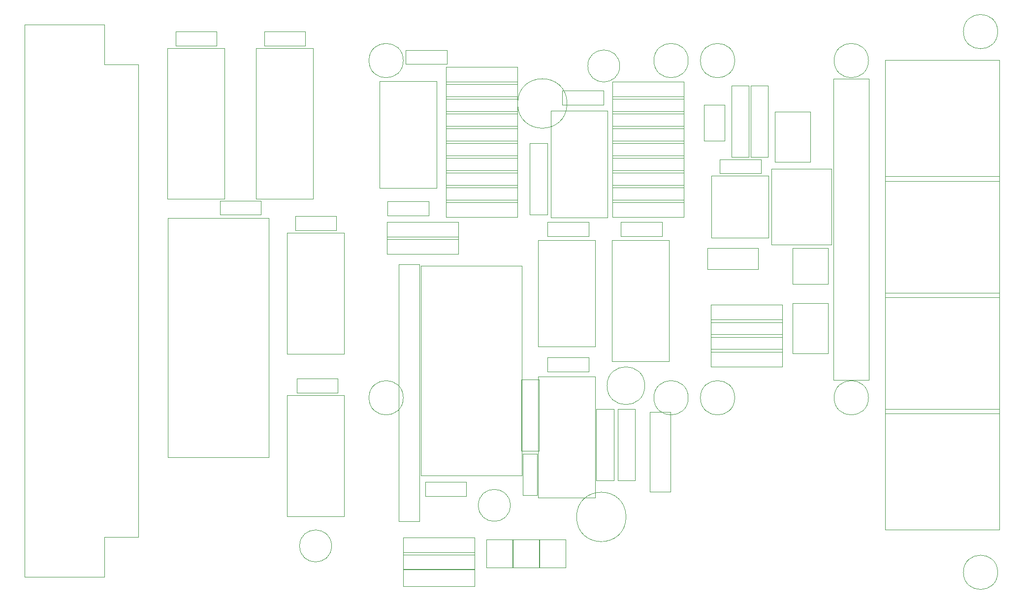
<source format=gbr>
G04 #@! TF.GenerationSoftware,KiCad,Pcbnew,9.0.5*
G04 #@! TF.CreationDate,2025-10-14T22:50:38+01:00*
G04 #@! TF.ProjectId,podule_econet,706f6475-6c65-45f6-9563-6f6e65742e6b,03a*
G04 #@! TF.SameCoordinates,Original*
G04 #@! TF.FileFunction,Other,User*
%FSLAX46Y46*%
G04 Gerber Fmt 4.6, Leading zero omitted, Abs format (unit mm)*
G04 Created by KiCad (PCBNEW 9.0.5) date 2025-10-14 22:50:38*
%MOMM*%
%LPD*%
G01*
G04 APERTURE LIST*
%ADD10C,0.050000*%
G04 APERTURE END LIST*
D10*
X85390000Y-54045000D02*
X85390000Y-56445000D01*
X85390000Y-56445000D02*
X92490000Y-56445000D01*
X92490000Y-54045000D02*
X85390000Y-54045000D01*
X92490000Y-56445000D02*
X92490000Y-54045000D01*
X100630000Y-54045000D02*
X100630000Y-56445000D01*
X100630000Y-56445000D02*
X107730000Y-56445000D01*
X107730000Y-54045000D02*
X100630000Y-54045000D01*
X107730000Y-56445000D02*
X107730000Y-54045000D01*
X93010000Y-83128000D02*
X93010000Y-85528000D01*
X93010000Y-85528000D02*
X100110000Y-85528000D01*
X100110000Y-83128000D02*
X93010000Y-83128000D01*
X100110000Y-85528000D02*
X100110000Y-83128000D01*
X191473500Y-100725000D02*
X191473500Y-109375000D01*
X191473500Y-109375000D02*
X197623500Y-109375000D01*
X197623500Y-100725000D02*
X191473500Y-100725000D01*
X197623500Y-109375000D02*
X197623500Y-100725000D01*
X177491500Y-103565000D02*
X177491500Y-106565000D01*
X177491500Y-106565000D02*
X189751500Y-106565000D01*
X189751500Y-103565000D02*
X177491500Y-103565000D01*
X189751500Y-106565000D02*
X189751500Y-103565000D01*
X177491500Y-106105000D02*
X177491500Y-109105000D01*
X177491500Y-109105000D02*
X189751500Y-109105000D01*
X189751500Y-106105000D02*
X177491500Y-106105000D01*
X189751500Y-109105000D02*
X189751500Y-106105000D01*
X177491500Y-108645000D02*
X177491500Y-111645000D01*
X177491500Y-111645000D02*
X189751500Y-111645000D01*
X189751500Y-108645000D02*
X177491500Y-108645000D01*
X189751500Y-111645000D02*
X189751500Y-108645000D01*
X177491500Y-101025000D02*
X177491500Y-104025000D01*
X177491500Y-104025000D02*
X189751500Y-104025000D01*
X189751500Y-101025000D02*
X177491500Y-101025000D01*
X189751500Y-104025000D02*
X189751500Y-101025000D01*
X178968500Y-76008000D02*
X178968500Y-78408000D01*
X178968500Y-78408000D02*
X186068500Y-78408000D01*
X186068500Y-76008000D02*
X178968500Y-76008000D01*
X186068500Y-78408000D02*
X186068500Y-76008000D01*
X181005500Y-63377000D02*
X181005500Y-75637000D01*
X181005500Y-75637000D02*
X184005500Y-75637000D01*
X184005500Y-63377000D02*
X181005500Y-63377000D01*
X184005500Y-75637000D02*
X184005500Y-63377000D01*
X177568500Y-78833000D02*
X177568500Y-89533000D01*
X177568500Y-89533000D02*
X187368500Y-89533000D01*
X187368500Y-78833000D02*
X177568500Y-78833000D01*
X187368500Y-89533000D02*
X187368500Y-78833000D01*
X187859500Y-77683000D02*
X187859500Y-90683000D01*
X187859500Y-90683000D02*
X198159500Y-90683000D01*
X198159500Y-77683000D02*
X187859500Y-77683000D01*
X198159500Y-90683000D02*
X198159500Y-77683000D01*
X188425500Y-67788000D02*
X188425500Y-76438000D01*
X188425500Y-76438000D02*
X194575500Y-76438000D01*
X194575500Y-67788000D02*
X188425500Y-67788000D01*
X194575500Y-76438000D02*
X194575500Y-67788000D01*
X191468500Y-91278000D02*
X191468500Y-97428000D01*
X191468500Y-97428000D02*
X197618500Y-97428000D01*
X197618500Y-91278000D02*
X191468500Y-91278000D01*
X197618500Y-97428000D02*
X197618500Y-91278000D01*
X176233500Y-66645000D02*
X176233500Y-72795000D01*
X176233500Y-72795000D02*
X179833500Y-72795000D01*
X179833500Y-66645000D02*
X176233500Y-66645000D01*
X179833500Y-72795000D02*
X179833500Y-66645000D01*
X176898500Y-91283000D02*
X176898500Y-94883000D01*
X176898500Y-94883000D02*
X185548500Y-94883000D01*
X185548500Y-91283000D02*
X176898500Y-91283000D01*
X185548500Y-94883000D02*
X185548500Y-91283000D01*
X160518000Y-62635000D02*
X160518000Y-65635000D01*
X160518000Y-65635000D02*
X172778000Y-65635000D01*
X172778000Y-62635000D02*
X160518000Y-62635000D01*
X172778000Y-65635000D02*
X172778000Y-62635000D01*
X149903000Y-67665000D02*
X149903000Y-86015000D01*
X149903000Y-86015000D02*
X159703000Y-86015000D01*
X159703000Y-67665000D02*
X149903000Y-67665000D01*
X159703000Y-86015000D02*
X159703000Y-67665000D01*
X161420500Y-118965000D02*
X161420500Y-131225000D01*
X161420500Y-131225000D02*
X164420500Y-131225000D01*
X164420500Y-118965000D02*
X161420500Y-118965000D01*
X164420500Y-131225000D02*
X164420500Y-118965000D01*
X59414000Y-52830000D02*
X59414000Y-147830000D01*
X59414000Y-147830000D02*
X73144000Y-147830000D01*
X73144000Y-52830000D02*
X59414000Y-52830000D01*
X73144000Y-59680000D02*
X73144000Y-52830000D01*
X73144000Y-140970000D02*
X79004000Y-140970000D01*
X73144000Y-147830000D02*
X73144000Y-140970000D01*
X79004000Y-59680000D02*
X73144000Y-59680000D01*
X79004000Y-140970000D02*
X79004000Y-59680000D01*
X128308000Y-131515000D02*
X128308000Y-133915000D01*
X128308000Y-133915000D02*
X135408000Y-133915000D01*
X135408000Y-131515000D02*
X128308000Y-131515000D01*
X135408000Y-133915000D02*
X135408000Y-131515000D01*
X143419000Y-141407000D02*
X143419000Y-146257000D01*
X143419000Y-146257000D02*
X147919000Y-146257000D01*
X147919000Y-141407000D02*
X143419000Y-141407000D01*
X147919000Y-146257000D02*
X147919000Y-141407000D01*
X127553000Y-94335000D02*
X127553000Y-130435000D01*
X127553000Y-130435000D02*
X144903000Y-130435000D01*
X144903000Y-94335000D02*
X127553000Y-94335000D01*
X144903000Y-130435000D02*
X144903000Y-94335000D01*
X145128000Y-126665000D02*
X145128000Y-133765000D01*
X145128000Y-133765000D02*
X147528000Y-133765000D01*
X147528000Y-126665000D02*
X145128000Y-126665000D01*
X147528000Y-133765000D02*
X147528000Y-126665000D01*
X124958000Y-57220000D02*
X124958000Y-59620000D01*
X124958000Y-59620000D02*
X132058000Y-59620000D01*
X132058000Y-57220000D02*
X124958000Y-57220000D01*
X132058000Y-59620000D02*
X132058000Y-57220000D01*
X123803000Y-94085000D02*
X127353000Y-94085000D01*
X123803000Y-138285000D02*
X123803000Y-94085000D01*
X127353000Y-94085000D02*
X127353000Y-138285000D01*
X127353000Y-138285000D02*
X123803000Y-138285000D01*
X131943000Y-72795000D02*
X131943000Y-75795000D01*
X131943000Y-75795000D02*
X144203000Y-75795000D01*
X144203000Y-72795000D02*
X131943000Y-72795000D01*
X144203000Y-75795000D02*
X144203000Y-72795000D01*
X198573000Y-62155000D02*
X204673000Y-62155000D01*
X198573000Y-113955000D02*
X198573000Y-62155000D01*
X204673000Y-62155000D02*
X204673000Y-113955000D01*
X204673000Y-113955000D02*
X198573000Y-113955000D01*
X181553000Y-59025000D02*
G75*
G02*
X175653000Y-59025000I-2950000J0D01*
G01*
X175653000Y-59025000D02*
G75*
G02*
X181553000Y-59025000I2950000J0D01*
G01*
X181553000Y-117025000D02*
G75*
G02*
X175653000Y-117025000I-2950000J0D01*
G01*
X175653000Y-117025000D02*
G75*
G02*
X181553000Y-117025000I2950000J0D01*
G01*
X204553000Y-59025000D02*
G75*
G02*
X198653000Y-59025000I-2950000J0D01*
G01*
X198653000Y-59025000D02*
G75*
G02*
X204553000Y-59025000I2950000J0D01*
G01*
X204553000Y-117025000D02*
G75*
G02*
X198653000Y-117025000I-2950000J0D01*
G01*
X198653000Y-117025000D02*
G75*
G02*
X204553000Y-117025000I2950000J0D01*
G01*
X160518000Y-80415000D02*
X160518000Y-83415000D01*
X160518000Y-83415000D02*
X172778000Y-83415000D01*
X172778000Y-80415000D02*
X160518000Y-80415000D01*
X172778000Y-83415000D02*
X172778000Y-80415000D01*
X149343000Y-86811000D02*
X149343000Y-89211000D01*
X149343000Y-89211000D02*
X156443000Y-89211000D01*
X156443000Y-86811000D02*
X149343000Y-86811000D01*
X156443000Y-89211000D02*
X156443000Y-86811000D01*
X120463000Y-62585000D02*
X120463000Y-80935000D01*
X120463000Y-80935000D02*
X130263000Y-80935000D01*
X130263000Y-62585000D02*
X120463000Y-62585000D01*
X130263000Y-80935000D02*
X130263000Y-62585000D01*
X184307500Y-63377000D02*
X184307500Y-75637000D01*
X184307500Y-75637000D02*
X187307500Y-75637000D01*
X187307500Y-63377000D02*
X184307500Y-63377000D01*
X187307500Y-75637000D02*
X187307500Y-63377000D01*
X121783000Y-86765000D02*
X121783000Y-89765000D01*
X121783000Y-89765000D02*
X134043000Y-89765000D01*
X134043000Y-86765000D02*
X121783000Y-86765000D01*
X134043000Y-89765000D02*
X134043000Y-86765000D01*
X131943000Y-60095000D02*
X131943000Y-63095000D01*
X131943000Y-63095000D02*
X144203000Y-63095000D01*
X144203000Y-60095000D02*
X131943000Y-60095000D01*
X144203000Y-63095000D02*
X144203000Y-60095000D01*
X131943000Y-67715000D02*
X131943000Y-70715000D01*
X131943000Y-70715000D02*
X144203000Y-70715000D01*
X144203000Y-67715000D02*
X131943000Y-67715000D01*
X144203000Y-70715000D02*
X144203000Y-67715000D01*
X207422800Y-98943800D02*
X227072800Y-98943800D01*
X207422800Y-119730000D02*
X207422800Y-98943800D01*
X227072800Y-98943800D02*
X227072800Y-119730000D01*
X227072800Y-119730000D02*
X207422800Y-119730000D01*
X83990000Y-56870000D02*
X83990000Y-82820000D01*
X83990000Y-82820000D02*
X93790000Y-82820000D01*
X93790000Y-56870000D02*
X83990000Y-56870000D01*
X93790000Y-82820000D02*
X93790000Y-56870000D01*
X112224000Y-142510000D02*
G75*
G02*
X106724000Y-142510000I-2750000J0D01*
G01*
X106724000Y-142510000D02*
G75*
G02*
X112224000Y-142510000I2750000J0D01*
G01*
X207422800Y-118943800D02*
X227072800Y-118943800D01*
X207422800Y-139730000D02*
X207422800Y-118943800D01*
X227072800Y-118943800D02*
X227072800Y-139730000D01*
X227072800Y-139730000D02*
X207422800Y-139730000D01*
X138847000Y-141407000D02*
X138847000Y-146257000D01*
X138847000Y-146257000D02*
X143347000Y-146257000D01*
X143347000Y-141407000D02*
X138847000Y-141407000D01*
X143347000Y-146257000D02*
X143347000Y-141407000D01*
X105964000Y-85795000D02*
X105964000Y-88195000D01*
X105964000Y-88195000D02*
X113064000Y-88195000D01*
X113064000Y-85795000D02*
X105964000Y-85795000D01*
X113064000Y-88195000D02*
X113064000Y-85795000D01*
X173553000Y-117025000D02*
G75*
G02*
X167653000Y-117025000I-2950000J0D01*
G01*
X167653000Y-117025000D02*
G75*
G02*
X173553000Y-117025000I2950000J0D01*
G01*
X131943000Y-77875000D02*
X131943000Y-80875000D01*
X131943000Y-80875000D02*
X144203000Y-80875000D01*
X144203000Y-77875000D02*
X131943000Y-77875000D01*
X144203000Y-80875000D02*
X144203000Y-77875000D01*
X131943000Y-80415000D02*
X131943000Y-83415000D01*
X131943000Y-83415000D02*
X144203000Y-83415000D01*
X144203000Y-80415000D02*
X131943000Y-80415000D01*
X144203000Y-83415000D02*
X144203000Y-80415000D01*
X173553000Y-59025000D02*
G75*
G02*
X167653000Y-59025000I-2950000J0D01*
G01*
X167653000Y-59025000D02*
G75*
G02*
X173553000Y-59025000I2950000J0D01*
G01*
X226780000Y-54046000D02*
G75*
G02*
X220880000Y-54046000I-2950000J0D01*
G01*
X220880000Y-54046000D02*
G75*
G02*
X226780000Y-54046000I2950000J0D01*
G01*
X207422800Y-78943800D02*
X227072800Y-78943800D01*
X207422800Y-99730000D02*
X207422800Y-78943800D01*
X227072800Y-78943800D02*
X227072800Y-99730000D01*
X227072800Y-99730000D02*
X207422800Y-99730000D01*
X207422800Y-58943800D02*
X227072800Y-58943800D01*
X207422800Y-79730000D02*
X207422800Y-58943800D01*
X227072800Y-58943800D02*
X227072800Y-79730000D01*
X227072800Y-79730000D02*
X207422800Y-79730000D01*
X131943000Y-75335000D02*
X131943000Y-78335000D01*
X131943000Y-78335000D02*
X144203000Y-78335000D01*
X144203000Y-75335000D02*
X131943000Y-75335000D01*
X144203000Y-78335000D02*
X144203000Y-75335000D01*
X106218000Y-113735000D02*
X106218000Y-116135000D01*
X106218000Y-116135000D02*
X113318000Y-116135000D01*
X113318000Y-113735000D02*
X106218000Y-113735000D01*
X113318000Y-116135000D02*
X113318000Y-113735000D01*
X152713000Y-66405000D02*
G75*
G02*
X144213000Y-66405000I-4250000J0D01*
G01*
X144213000Y-66405000D02*
G75*
G02*
X152713000Y-66405000I4250000J0D01*
G01*
X144883000Y-113885000D02*
X144883000Y-126145000D01*
X144883000Y-126145000D02*
X147883000Y-126145000D01*
X147883000Y-113885000D02*
X144883000Y-113885000D01*
X147883000Y-126145000D02*
X147883000Y-113885000D01*
X131943000Y-65175000D02*
X131943000Y-68175000D01*
X131943000Y-68175000D02*
X144203000Y-68175000D01*
X144203000Y-65175000D02*
X131943000Y-65175000D01*
X144203000Y-68175000D02*
X144203000Y-65175000D01*
X131943000Y-82955000D02*
X131943000Y-85955000D01*
X131943000Y-85955000D02*
X144203000Y-85955000D01*
X144203000Y-82955000D02*
X131943000Y-82955000D01*
X144203000Y-85955000D02*
X144203000Y-82955000D01*
X124553000Y-117025000D02*
G75*
G02*
X118653000Y-117025000I-2950000J0D01*
G01*
X118653000Y-117025000D02*
G75*
G02*
X124553000Y-117025000I2950000J0D01*
G01*
X104564000Y-88620000D02*
X104564000Y-109470000D01*
X104564000Y-109470000D02*
X114364000Y-109470000D01*
X114364000Y-88620000D02*
X104564000Y-88620000D01*
X114364000Y-109470000D02*
X114364000Y-88620000D01*
X146328000Y-73245000D02*
X146328000Y-85505000D01*
X146328000Y-85505000D02*
X149328000Y-85505000D01*
X149328000Y-73245000D02*
X146328000Y-73245000D01*
X149328000Y-85505000D02*
X149328000Y-73245000D01*
X131943000Y-70255000D02*
X131943000Y-73255000D01*
X131943000Y-73255000D02*
X144203000Y-73255000D01*
X144203000Y-70255000D02*
X131943000Y-70255000D01*
X144203000Y-73255000D02*
X144203000Y-70255000D01*
X161963000Y-86811000D02*
X161963000Y-89211000D01*
X161963000Y-89211000D02*
X169063000Y-89211000D01*
X169063000Y-86811000D02*
X161963000Y-86811000D01*
X169063000Y-89211000D02*
X169063000Y-86811000D01*
X160518000Y-70255000D02*
X160518000Y-73255000D01*
X160518000Y-73255000D02*
X172778000Y-73255000D01*
X172778000Y-70255000D02*
X160518000Y-70255000D01*
X172778000Y-73255000D02*
X172778000Y-70255000D01*
X131943000Y-62635000D02*
X131943000Y-65635000D01*
X131943000Y-65635000D02*
X144203000Y-65635000D01*
X144203000Y-62635000D02*
X131943000Y-62635000D01*
X144203000Y-65635000D02*
X144203000Y-62635000D01*
X160518000Y-82955000D02*
X160518000Y-85955000D01*
X160518000Y-85955000D02*
X172778000Y-85955000D01*
X172778000Y-82955000D02*
X160518000Y-82955000D01*
X172778000Y-85955000D02*
X172778000Y-82955000D01*
X121863000Y-83255000D02*
X121863000Y-85655000D01*
X121863000Y-85655000D02*
X128963000Y-85655000D01*
X128963000Y-83255000D02*
X121863000Y-83255000D01*
X128963000Y-85655000D02*
X128963000Y-83255000D01*
X149343000Y-110115000D02*
X149343000Y-112515000D01*
X149343000Y-112515000D02*
X156443000Y-112515000D01*
X156443000Y-110115000D02*
X149343000Y-110115000D01*
X156443000Y-112515000D02*
X156443000Y-110115000D01*
X160518000Y-65175000D02*
X160518000Y-68175000D01*
X160518000Y-68175000D02*
X172778000Y-68175000D01*
X172778000Y-65175000D02*
X160518000Y-65175000D01*
X172778000Y-68175000D02*
X172778000Y-65175000D01*
X99230000Y-56870000D02*
X99230000Y-82820000D01*
X99230000Y-82820000D02*
X109030000Y-82820000D01*
X109030000Y-56870000D02*
X99230000Y-56870000D01*
X109030000Y-82820000D02*
X109030000Y-56870000D01*
X160468000Y-89890000D02*
X160468000Y-110740000D01*
X160468000Y-110740000D02*
X170268000Y-110740000D01*
X170268000Y-89890000D02*
X160468000Y-89890000D01*
X170268000Y-110740000D02*
X170268000Y-89890000D01*
X162853000Y-137515000D02*
G75*
G02*
X154353000Y-137515000I-4250000J0D01*
G01*
X154353000Y-137515000D02*
G75*
G02*
X162853000Y-137515000I4250000J0D01*
G01*
X124553000Y-143597000D02*
X124553000Y-146597000D01*
X124553000Y-146597000D02*
X136813000Y-146597000D01*
X136813000Y-143597000D02*
X124553000Y-143597000D01*
X136813000Y-146597000D02*
X136813000Y-143597000D01*
X124553000Y-59025000D02*
G75*
G02*
X118653000Y-59025000I-2950000J0D01*
G01*
X118653000Y-59025000D02*
G75*
G02*
X124553000Y-59025000I2950000J0D01*
G01*
X84040000Y-86080000D02*
X84040000Y-127280000D01*
X84040000Y-127280000D02*
X101390000Y-127280000D01*
X101390000Y-86080000D02*
X84040000Y-86080000D01*
X101390000Y-127280000D02*
X101390000Y-86080000D01*
X160518000Y-67715000D02*
X160518000Y-70715000D01*
X160518000Y-70715000D02*
X172778000Y-70715000D01*
X172778000Y-67715000D02*
X160518000Y-67715000D01*
X172778000Y-70715000D02*
X172778000Y-67715000D01*
X147991000Y-141407000D02*
X147991000Y-146257000D01*
X147991000Y-146257000D02*
X152491000Y-146257000D01*
X152491000Y-141407000D02*
X147991000Y-141407000D01*
X152491000Y-146257000D02*
X152491000Y-141407000D01*
X161778000Y-59960000D02*
G75*
G02*
X156278000Y-59960000I-2750000J0D01*
G01*
X156278000Y-59960000D02*
G75*
G02*
X161778000Y-59960000I2750000J0D01*
G01*
X121783000Y-89305000D02*
X121783000Y-92305000D01*
X121783000Y-92305000D02*
X134043000Y-92305000D01*
X134043000Y-89305000D02*
X121783000Y-89305000D01*
X134043000Y-92305000D02*
X134043000Y-89305000D01*
X151883000Y-64205000D02*
X151883000Y-66605000D01*
X151883000Y-66605000D02*
X158983000Y-66605000D01*
X158983000Y-64205000D02*
X151883000Y-64205000D01*
X158983000Y-66605000D02*
X158983000Y-64205000D01*
X160518000Y-75335000D02*
X160518000Y-78335000D01*
X160518000Y-78335000D02*
X172778000Y-78335000D01*
X172778000Y-75335000D02*
X160518000Y-75335000D01*
X172778000Y-78335000D02*
X172778000Y-75335000D01*
X160518000Y-72795000D02*
X160518000Y-75795000D01*
X160518000Y-75795000D02*
X172778000Y-75795000D01*
X172778000Y-72795000D02*
X160518000Y-72795000D01*
X172778000Y-75795000D02*
X172778000Y-72795000D01*
X166983000Y-119485000D02*
X170533000Y-119485000D01*
X166983000Y-133185000D02*
X166983000Y-119485000D01*
X170533000Y-119485000D02*
X170533000Y-133185000D01*
X170533000Y-133185000D02*
X166983000Y-133185000D01*
X226780000Y-147046000D02*
G75*
G02*
X220880000Y-147046000I-2950000J0D01*
G01*
X220880000Y-147046000D02*
G75*
G02*
X226780000Y-147046000I2950000J0D01*
G01*
X166088000Y-114955000D02*
G75*
G02*
X159588000Y-114955000I-3250000J0D01*
G01*
X159588000Y-114955000D02*
G75*
G02*
X166088000Y-114955000I3250000J0D01*
G01*
X157758000Y-118965000D02*
X157758000Y-131225000D01*
X157758000Y-131225000D02*
X160758000Y-131225000D01*
X160758000Y-118965000D02*
X157758000Y-118965000D01*
X160758000Y-131225000D02*
X160758000Y-118965000D01*
X147768000Y-89890000D02*
X147768000Y-108240000D01*
X147768000Y-108240000D02*
X157568000Y-108240000D01*
X157568000Y-89890000D02*
X147768000Y-89890000D01*
X157568000Y-108240000D02*
X157568000Y-89890000D01*
X104564000Y-116575000D02*
X104564000Y-137425000D01*
X104564000Y-137425000D02*
X114364000Y-137425000D01*
X114364000Y-116575000D02*
X104564000Y-116575000D01*
X114364000Y-137425000D02*
X114364000Y-116575000D01*
X124553000Y-141057000D02*
X124553000Y-144057000D01*
X124553000Y-144057000D02*
X136813000Y-144057000D01*
X136813000Y-141057000D02*
X124553000Y-141057000D01*
X136813000Y-144057000D02*
X136813000Y-141057000D01*
X124553000Y-146454000D02*
X124553000Y-149454000D01*
X124553000Y-149454000D02*
X136813000Y-149454000D01*
X136813000Y-146454000D02*
X124553000Y-146454000D01*
X136813000Y-149454000D02*
X136813000Y-146454000D01*
X142958000Y-135525000D02*
G75*
G02*
X137458000Y-135525000I-2750000J0D01*
G01*
X137458000Y-135525000D02*
G75*
G02*
X142958000Y-135525000I2750000J0D01*
G01*
X160518000Y-77875000D02*
X160518000Y-80875000D01*
X160518000Y-80875000D02*
X172778000Y-80875000D01*
X172778000Y-77875000D02*
X160518000Y-77875000D01*
X172778000Y-80875000D02*
X172778000Y-77875000D01*
X147768000Y-113385000D02*
X147768000Y-134235000D01*
X147768000Y-134235000D02*
X157568000Y-134235000D01*
X157568000Y-113385000D02*
X147768000Y-113385000D01*
X157568000Y-134235000D02*
X157568000Y-113385000D01*
M02*

</source>
